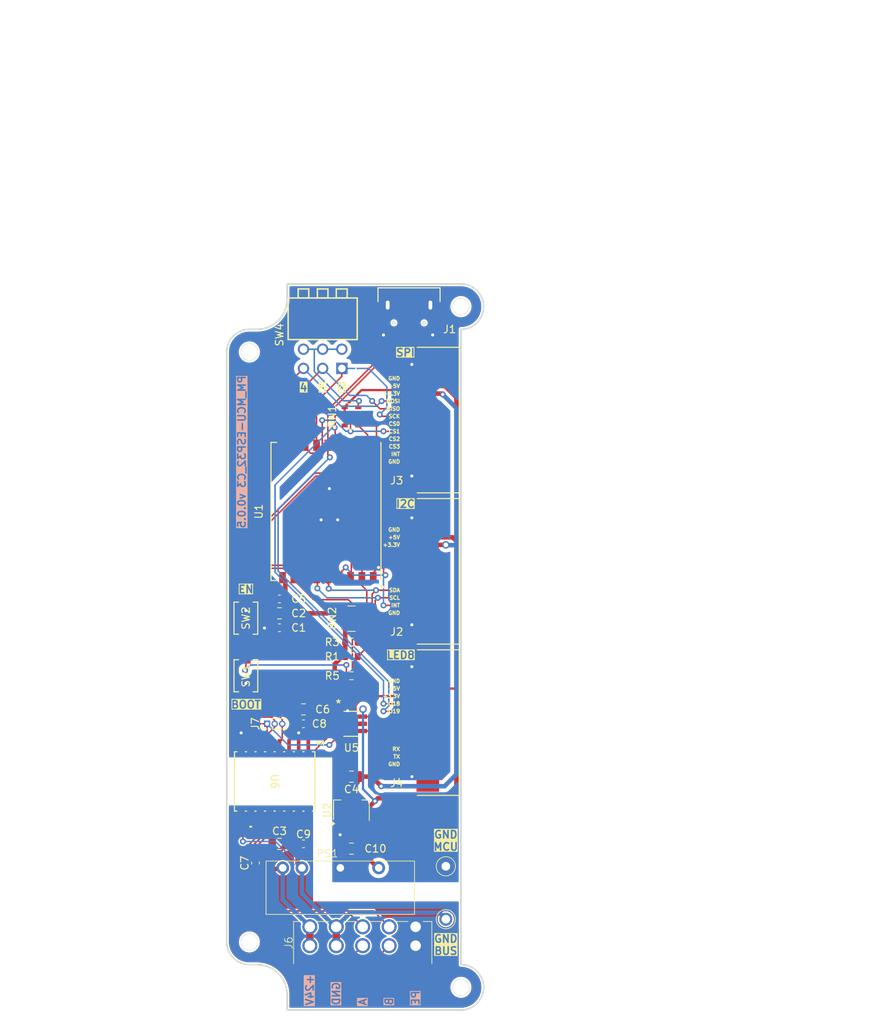
<source format=kicad_pcb>
(kicad_pcb (version 20241229) (generator "pcbnew") (generator_version "9.0")
  (title_block (title "${article} v${version}"))
  (layers (0 "F.Cu" signal) (2 "B.Cu" signal) (13 "F.Paste" user) (15 "B.Paste" user) (5 "F.SilkS" user "F.Silkscreen") (7 "B.SilkS" user "B.Silkscreen") (1 "F.Mask" user) (3 "B.Mask" user) (25 "Edge.Cuts" user))
  (property "article" "PM_MCU-ESP32_C3")
  (property "version" "0.0.5")
  (net 0 "")
  (net 1 "/EN")
  (net 3 "/SCL")
  (net 4 "/SDA")
  (net 5 "/USB_D+")
  (net 6 "/USB_D-")
  (net 7 "GND_MCU")
  (net 8 "+3.3V_MCU")
  (net 9 "/SCK")
  (net 10 "/CS0")
  (net 11 "/MOSI")
  (net 12 "/MISO")
  (net 13 "/CS1")
  (net 16 "/UART_RX")
  (net 17 "/UART_TX")
  (net 18 "/B")
  (net 19 "/A")
  (net 20 "/INT")
  (net 21 "/CS2")
  (net 22 "/CS3")
  (net 23 "GND_BUS")
  (net 25 "/UART_RTS")
  (net 30 "+3.3V_BUS")
  (net 31 "+24V_BUS")
  (net 32 "PE")
  (net 33 "Net-(RN1A-R1.2)")
  (net 34 "Net-(R5-Pad1)")
  (net 37 "+5V_MCU")
  (net 39 "Net-(J4-Pin_3)")
  (net 40 "Net-(J4-Pin_2)")
  (footprint "kicad_inventree_lib:CONN10_AFA07-S12_JUS" (layer "F.Cu") (at 74 70 90)
    (property "Reference" "J3")
    (property "Value" "AFA07-S12FCC-00")
  )
  (footprint "kicad_inventree_lib:CONN10_AFA07-S12_JUS" (layer "F.Cu") (at 74 90 90)
    (property "Reference" "J2")
    (property "Value" "AFA07-S12FCC-00")
  )
  (footprint "kicad_inventree_lib:SW_TS-1088_XNP-M" (layer "F.Cu") (at 48.54 96.19 -90)
    (property "Reference" "SW2")
    (property "Value" "Button")
  )
  (footprint "kicad_inventree_lib:ESP32-C3-WROOM-02U_EXP" (layer "F.Cu") (at 59.14 82.08 90)
    (property "Reference" "U1")
    (property "Value" "ESP32-C3-WROOM-02U-N4")
  )
  (footprint "Capacitor_SMD:C_0603_1608Metric" (layer "F.Cu") (at 56.16 110.16 180)
    (property "Reference" "C8")
    (property "Value" "100nF")
  )
  (footprint "Capacitor_SMD:C_0603_1608Metric" (layer "F.Cu") (at 52.985 97.46 180)
    (property "Reference" "C1")
    (property "Value" "1uF")
  )
  (footprint "kicad_inventree_lib:DA03BLP" (layer "F.Cu") (at 61.24 63.17 180)
    (property "Reference" "SW4")
    (property "Value" "DIP 3 pos" (hide yes))
  )
  (footprint "Package_TO_SOT_SMD:SOT-89-3" (layer "F.Cu") (at 62.51 121.59 90)
    (property "Reference" "U2")
    (property "Value" "CJA1117B-3.3")
  )
  (footprint "kicad_inventree_lib:CONN5_H83-S1S_XKB" (layer "F.Cu") (at 71.43 57.6518 180)
    (property "Reference" "J1")
    (property "Value" "U254-051T-4BH83-S1S")
    (fp_circle (center 3.299972 0.504008) (end 3.469972 0.504008) (stroke (width 0.1)) (fill no) (layer "Edge.Cuts"))
    (fp_circle (center -0.700028 0.504008) (end -0.530028 0.504008) (stroke (width 0.1)) (fill no) (layer "Edge.Cuts"))
  )
  (footprint "Capacitor_SMD:C_0603_1608Metric" (layer "F.Cu") (at 52.985 93.65 180)
    (property "Reference" "C5")
    (property "Value" "1uF")
  )
  (footprint "Resistor_SMD:R_Array_Convex_4x0603" (layer "F.Cu") (at 62.51 96.26)
    (property "Reference" "RN2")
    (property "Value" "10k")
  )
  (footprint "Capacitor_SMD:C_0805_2012Metric" (layer "F.Cu") (at 62.51 126.67 180)
    (property "Reference" "C10")
    (property "Value" "10uF")
  )
  (footprint "kicad_inventree_lib:SOIC16-WBW_CLG" (layer "F.Cu") (at 52.35 117.78 -90)
    (property "Reference" "U6")
    (property "Value" "CA-IS3098W")
  )
  (footprint "kicad_inventree_lib:CONN10_AFA07-S12_JUS" (layer "F.Cu") (at 74 110 90)
    (property "Reference" "J4")
    (property "Value" "AFA07-S12FCC-00")
  )
  (footprint "kicad_inventree_lib:MountingHole_M2" (layer "F.Cu") (at 49 139)
    (property "Reference" "H2" (hide yes))
    (property "Value" "MountingHole_M2")
    (fp_circle (center 0 0) (end 1.1 0) (stroke (width 0.05)) (fill no) (layer "Edge.Cuts"))
  )
  (footprint "kicad_inventree_lib:15EDGRHC-THR-3.5-10P" (layer "F.Cu") (at 64 137)
    (property "Reference" "J6")
    (property "Value" "15EDGRHC-THR-3.5-10P")
  )
  (footprint "Resistor_SMD:R_0603_1608Metric" (layer "F.Cu") (at 62.51 99.365)
    (property "Reference" "R3")
    (property "Value" "3k3")
  )
  (footprint "Capacitor_SMD:C_0805_2012Metric" (layer "F.Cu") (at 52.985 126.035)
    (property "Reference" "C3")
    (property "Value" "10uF")
  )
  (footprint "kicad_inventree_lib:DBV6-M" (layer "F.Cu") (at 62.51 110.16)
    (property "Reference" "U5")
    (property "Value" "SN74LVC2G14DBVR")
  )
  (footprint "Capacitor_SMD:C_0603_1608Metric" (layer "F.Cu") (at 56.16 126.035 180)
    (property "Reference" "C9")
    (property "Value" "100nF")
  )
  (footprint "Capacitor_SMD:C_0805_2012Metric" (layer "F.Cu") (at 56.16 108.255 180)
    (property "Reference" "C6")
    (property "Value" "10uF")
  )
  (footprint "kicad_inventree_lib:MountingHole_M2" (layer "F.Cu") (at 77 145)
    (property "Reference" "H4" (hide yes))
    (property "Value" "MountingHole_M2")
    (fp_circle (center 0 0) (end 1.1 0) (stroke (width 0.05)) (fill no) (layer "Edge.Cuts"))
  )
  (footprint "kicad_inventree_lib:5117" (layer "F.Cu") (at 75 136)
    (property "Reference" "U4" (hide yes))
    (property "Value" "5117" (hide yes))
  )
  (footprint "Resistor_SMD:R_0603_1608Metric" (layer "F.Cu") (at 62.51 101.27)
    (property "Reference" "R1")
    (property "Value" "3k3")
  )
  (footprint "Capacitor_SMD:C_0805_2012Metric" (layer "F.Cu") (at 62.51 117.145 180)
    (property "Reference" "C4")
    (property "Value" "22uF")
  )
  (footprint "Capacitor_SMD:C_0805_2012Metric" (layer "F.Cu") (at 52.985 95.555 180)
    (property "Reference" "C2")
    (property "Value" "10uF")
  )
  (footprint "kicad_inventree_lib:SW_TS-1088_XNP-M" (layer "F.Cu") (at 48.54 103.81 90)
    (property "Reference" "SW1")
    (property "Value" "Button")
  )
  (footprint "Connector_PinHeader_1.00mm:PinHeader_1x03_P1.00mm_Vertical" (layer "F.Cu") (at 51.35 110.16 90)
    (property "Reference" "J7")
    (property "Value" "PinHeader_01x03_P1.00_THT_straight")
  )
  (footprint "kicad_inventree_lib:B2405LS-1WR3" (layer "F.Cu") (at 61.0368 129.21)
    (property "Reference" "PS1")
    (property "Value" "24V/5V")
  )
  (footprint "Resistor_SMD:R_0603_1608Metric" (layer "F.Cu") (at 62.51 103.81)
    (property "Reference" "R5")
    (property "Value" "330R")
  )
  (footprint "kicad_inventree_lib:MountingHole_M2" (layer "F.Cu") (at 77 55)
    (property "Reference" "H3" (hide yes))
    (property "Value" "MountingHole_M2")
    (fp_circle (center 0 0) (end 1.1 0) (stroke (width 0.05)) (fill no) (layer "Edge.Cuts"))
  )
  (footprint "Resistor_SMD:R_Array_Convex_4x0603" (layer "F.Cu") (at 62.51 69.52)
    (property "Reference" "RN1")
    (property "Value" "10k")
  )
  (footprint "kicad_inventree_lib:MountingHole_M2" (layer "F.Cu") (at 49 61)
    (property "Reference" "H1" (hide yes))
    (property "Value" "MountingHole_M2")
    (fp_circle (center 0 0) (end 1.1 0) (stroke (width 0.05)) (fill no) (layer "Edge.Cuts"))
  )
  (footprint "Capacitor_SMD:C_0603_1608Metric" (layer "F.Cu") (at 49.81 128.575 90)
    (property "Reference" "C7")
    (property "Value" "1uF")
  )
  (footprint "kicad_inventree_lib:5117" (layer "F.Cu") (at 75 129)
    (property "Reference" "U3" (hide yes))
    (property "Value" "5117" (hide yes))
  )
  (gr_arc (start 49 142) (mid 46.87868 141.12132) (end 46 139) (stroke (width 0.2)) (layer "Edge.Cuts"))
  (gr_arc (start 54 54) (mid 52.828427 56.828427) (end 50 58) (stroke (width 0.2)) (layer "Edge.Cuts"))
  (gr_line (start 54 148) (end 54 146) (stroke (width 0.2)) (layer "Edge.Cuts"))
  (gr_line (start 50 58) (end 49 58) (stroke (width 0.2)) (layer "Edge.Cuts"))
  (gr_line (start 50 142) (end 49 142) (stroke (width 0.2)) (layer "Edge.Cuts"))
  (gr_arc (start 46 61) (mid 46.87868 58.87868) (end 49 58) (stroke (width 0.2)) (layer "Edge.Cuts"))
  (gr_arc (start 50 142) (mid 52.828427 143.171573) (end 54 146) (stroke (width 0.2)) (layer "Edge.Cuts"))
  (gr_line (start 54 52) (end 54 54) (stroke (width 0.2)) (layer "Edge.Cuts"))
  (gr_line (start 77 142) (end 77 58) (stroke (width 0.2)) (layer "Edge.Cuts"))
  (gr_arc (start 77 142) (mid 80 145) (end 77 148) (stroke (width 0.2)) (layer "Edge.Cuts"))
  (gr_line (start 46 61) (end 46 139) (stroke (width 0.2)) (layer "Edge.Cuts"))
  (gr_line (start 77 52) (end 54 52) (stroke (width 0.2)) (layer "Edge.Cuts"))
  (gr_line (start 77 148) (end 54 148) (stroke (width 0.2)) (layer "Edge.Cuts"))
  (gr_arc (start 77 52) (mid 80 55) (end 77 58) (stroke (width 0.2)) (layer "Edge.Cuts"))
  (gr_text "CS3" (at 69 73.5 0) (layer "F.SilkS") (effects (font (size 0.5 0.5) (thickness 0.125) (bold yes)) (justify right)))
  (gr_text "SCK" (at 69 69.5 0) (layer "F.SilkS") (effects (font (size 0.5 0.5) (thickness 0.125) (bold yes)) (justify right)))
  (gr_text "INT" (at 69 94.5 0) (layer "F.SilkS") (effects (font (size 0.5 0.5) (thickness 0.125) (bold yes)) (justify right)))
  (gr_text "GND" (at 69 104.5 0) (layer "F.SilkS") (effects (font (size 0.5 0.5) (thickness 0.125) (bold yes)) (justify right)))
  (gr_text "IO19" (at 69 108.5 0) (layer "F.SilkS") (effects (font (size 0.5 0.5) (thickness 0.125) (bold yes)) (justify right)))
  (gr_text "+3.3V" (at 69 106.5 0) (layer "F.SilkS") (effects (font (size 0.5 0.5) (thickness 0.125) (bold yes)) (justify right)))
  (gr_text "LED8" (at 71 100.5 0) (layer "F.SilkS" knockout) (effects (font (size 1 1) (thickness 0.2) (bold yes)) (justify right top)))
  (gr_text "EN" (at 48.54 92.38 0) (layer "F.SilkS" knockout) (effects (font (size 1 1) (thickness 0.2) (bold yes))))
  (gr_text "TX" (at 69 114.5 0) (layer "F.SilkS") (effects (font (size 0.5 0.5) (thickness 0.125) (bold yes)) (justify right)))
  (gr_text "I2C" (at 71 80.5 0) (layer "F.SilkS" knockout) (effects (font (size 1 1) (thickness 0.2) (bold yes)) (justify right top)))
  (gr_text "BOOT" (at 48.54 107.62 0) (layer "F.SilkS" knockout) (effects (font (size 1 1) (thickness 0.2) (bold yes))))
  (gr_text "GND" (at 69 64.5 0) (layer "F.SilkS") (effects (font (size 0.5 0.5) (thickness 0.125) (bold yes)) (justify right)))
  (gr_text "+3.3V" (at 69 86.5 0) (layer "F.SilkS") (effects (font (size 0.5 0.5) (thickness 0.125) (bold yes)) (justify right)))
  (gr_text "CS2" (at 69 72.5 0) (layer "F.SilkS") (effects (font (size 0.5 0.5) (thickness 0.125) (bold yes)) (justify right)))
  (gr_text "GND" (at 69 84.5 0) (layer "F.SilkS") (effects (font (size 0.5 0.5) (thickness 0.125) (bold yes)) (justify right)))
  (gr_text "GND\nMCU" (at 75 127 0) (layer "F.SilkS" knockout) (effects (font (size 1 1) (thickness 0.2)) (justify bottom)))
  (gr_text "4" (at 56.16 65.71 0) (layer "F.SilkS" knockout) (effects (font (size 1 1) (thickness 0.2) (bold yes))))
  (gr_text "GND" (at 69 95.5 0) (layer "F.SilkS") (effects (font (size 0.5 0.5) (thickness 0.125) (bold yes)) (justify right)))
  (gr_text "SDA" (at 69 92.5 0) (layer "F.SilkS") (effects (font (size 0.5 0.5) (thickness 0.125) (bold yes)) (justify right)))
  (gr_text "+5V" (at 69 85.5 0) (layer "F.SilkS") (effects (font (size 0.5 0.5) (thickness 0.125) (bold yes)) (justify right)))
  (gr_text "+3.3V" (at 69 66.5 0) (layer "F.SilkS") (effects (font (size 0.5 0.5) (thickness 0.125) (bold yes)) (justify right)))
  (gr_text "2" (at 58.7 65.71 0) (layer "F.SilkS" knockout) (effects (font (size 1 1) (thickness 0.2) (bold yes))))
  (gr_text "SPI" (at 71 60.5 0) (layer "F.SilkS" knockout) (effects (font (size 1 1) (thickness 0.2) (bold yes)) (justify right top)))
  (gr_text "MISO" (at 69 68.5 0) (layer "F.SilkS") (effects (font (size 0.5 0.5) (thickness 0.125) (bold yes)) (justify right)))
  (gr_text "GND\nBUS" (at 75 138 0) (layer "F.SilkS" knockout) (effects (font (size 1 1) (thickness 0.2)) (justify top)))
  (gr_text "MOSI" (at 69 67.5 0) (layer "F.SilkS") (effects (font (size 0.5 0.5) (thickness 0.125) (bold yes)) (justify right)))
  (gr_text "IO18" (at 69 107.5 0) (layer "F.SilkS") (effects (font (size 0.5 0.5) (thickness 0.125) (bold yes)) (justify right)))
  (gr_text "SCL" (at 69 93.5 0) (layer "F.SilkS") (effects (font (size 0.5 0.5) (thickness 0.125) (bold yes)) (justify right)))
  (gr_text "INT" (at 69 74.5 0) (layer "F.SilkS") (effects (font (size 0.5 0.5) (thickness 0.125) (bold yes)) (justify right)))
  (gr_text "+5V" (at 69 105.5 0) (layer "F.SilkS") (effects (font (size 0.5 0.5) (thickness 0.125) (bold yes)) (justify right)))
  (gr_text "CS0" (at 69 70.5 0) (layer "F.SilkS") (effects (font (size 0.5 0.5) (thickness 0.125) (bold yes)) (justify right)))
  (gr_text "GND" (at 69 115.5 0) (layer "F.SilkS") (effects (font (size 0.5 0.5) (thickness 0.125) (bold yes)) (justify right)))
  (gr_text "CS1" (at 69 71.5 0) (layer "F.SilkS") (effects (font (size 0.5 0.5) (thickness 0.125) (bold yes)) (justify right)))
  (gr_text "+5V" (at 69 65.5 0) (layer "F.SilkS") (effects (font (size 0.5 0.5) (thickness 0.125) (bold yes)) (justify right)))
  (gr_text "GND" (at 69 75.5 0) (layer "F.SilkS") (effects (font (size 0.5 0.5) (thickness 0.125) (bold yes)) (justify right)))
  (gr_text "RX" (at 69 113.5 0) (layer "F.SilkS") (effects (font (size 0.5 0.5) (thickness 0.125) (bold yes)) (justify right)))
  (gr_text "1" (at 61.24 65.71 0) (layer "F.SilkS" knockout) (effects (font (size 1 1) (thickness 0.2) (bold yes))))
  (gr_text "B" (at 67.5 147.5 90) (layer "B.SilkS" knockout) (effects (font (size 1 1) (thickness 0.2) (bold yes)) (justify right mirror)))
  (gr_text "PE" (at 71 147.5 90) (layer "B.SilkS" knockout) (effects (font (size 1 1) (thickness 0.2) (bold yes)) (justify right mirror)))
  (gr_text "${article} v${version}" (at 48 64 90) (layer "B.SilkS" knockout) (effects (font (size 1 1) (thickness 0.2) (bold yes)) (justify left mirror)))
  (gr_text "GND" (at 60.5 147.5 90) (layer "B.SilkS" knockout) (effects (font (size 1 1) (thickness 0.2) (bold yes)) (justify right mirror)))
  (gr_text "+24V" (at 57 147.5 90) (layer "B.SilkS" knockout) (effects (font (size 1 1) (thickness 0.2) (bold yes)) (justify right mirror)))
  (gr_text "A" (at 64 147.5 90) (layer "B.SilkS" knockout) (effects (font (size 1 1) (thickness 0.2) (bold yes)) (justify right mirror)))
  (segment (start 53.76 98.0119) (end 53.2959 98.476) (width 0.2) (layer "F.Cu") (net 1))
  (segment (start 56.25 92.5) (end 56.25 92.494799) (width 0.2) (layer "F.Cu") (net 1))
  (segment (start 53.953802 89.6) (end 54.890001 90.536199) (width 0.2) (layer "F.Cu") (net 1))
  (segment (start 48.54 98.476) (end 51 96.016) (width 0.2) (layer "F.Cu") (net 1))
  (segment (start 63.41 95.06) (end 62.1 93.75) (width 0.2) (layer "F.Cu") (net 1))
  (segment (start 51.55 89.6) (end 53.953802 89.6) (width 0.2) (layer "F.Cu") (net 1))
  (segment (start 54.890001 90.536199) (end 54.890001 90.83) (width 0.2) (layer "F.Cu") (net 1))
  (segment (start 54.890001 91.1348) (end 54.890001 90.83) (width 0.2) (layer "F.Cu") (net 1))
  (segment (start 53.76 97.46) (end 53.76 98.0119) (width 0.2) (layer "F.Cu") (net 1))
  (segment (start 62.1 93.75) (end 57.5 93.75) (width 0.2) (layer "F.Cu") (net 1))
  (segment (start 51 96.016) (end 51 90.15) (width 0.2) (layer "F.Cu") (net 1))
  (segment (start 56.25 92.494799) (end 54.890001 91.1348) (width 0.2) (layer "F.Cu") (net 1))
  (segment (start 57.5 93.75) (end 56.25 92.5) (width 0.2) (layer "F.Cu") (net 1))
  (segment (start 51 90.15) (end 51.55 89.6) (width 0.2) (layer "F.Cu") (net 1))
  (segment (start 53.2959 98.476) (end 48.54 98.476) (width 0.2) (layer "F.Cu") (net 1))
  (segment (start 71.2632 93.5) (end 70.444 93.5) (width 0.2) (layer "F.Cu") (net 3))
  (segment (start 68.240604 93.499996) (end 70.444 93.499996) (width 0.2) (layer "F.Cu") (net 3))
  (segment (start 66 93.5) (end 68.2406 93.5) (width 0.2) (layer "F.Cu") (net 3))
  (segment (start 66 93.5) (end 65.65 93.85) (width 0.2) (layer "F.Cu") (net 3))
  (segment (start 65.65 93.85) (end 65.65 98.955) (width 0.2) (layer "F.Cu") (net 3))
  (segment (start 65.65 98.955) (end 63.335 101.27) (width 0.2) (layer "F.Cu") (net 3))
  (segment (start 68.2406 93.5) (end 68.240604 93.499996) (width 0.2) (layer "F.Cu") (net 3))
  (segment (start 58 92.25) (end 58 90.94) (width 0.2) (layer "F.Cu") (net 3))
  (segment (start 58 90.94) (end 57.89 90.83) (width 0.2) (layer "F.Cu") (net 3))
  (via (at 58 92.25) (size 0.8) (drill 0.4) (layers "F.Cu" "B.Cu") (net 3))
  (via (at 66 93.5) (size 0.8) (drill 0.4) (layers "F.Cu" "B.Cu") (net 3))
  (segment (start 66 93.5) (end 59.25 93.5) (width 0.2) (layer "B.Cu") (net 3))
  (segment (start 59.25 93.5) (end 58 92.25) (width 0.2) (layer "B.Cu") (net 3))
  (segment (start 65.25 97.45) (end 63.335 99.365) (width 0.2) (layer "F.Cu") (net 4))
  (segment (start 59.39 91.59) (end 59.39 90.83) (width 0.2) (layer "F.Cu") (net 4))
  (segment (start 59.5 91.7) (end 59.39 91.59) (width 0.2) (layer "F.Cu") (net 4))
  (segment (start 65.25 93) (end 65.25 97.45) (width 0.2) (layer "F.Cu") (net 4))
  (segment (start 65.75 92.5) (end 65.750002 92.499998) (width 0.2) (layer "F.Cu") (net 4))
  (segment (start 65.750002 92.499998) (end 70.444 92.499998) (width 0.2) (layer "F.Cu") (net 4))
  (segment (start 65.75 92.5) (end 65.25 93) (width 0.2) (layer "F.Cu") (net 4))
  (segment (start 59.5 92.291) (end 59.5 91.7) (width 0.2) (layer "F.Cu") (net 4))
  (via (at 59.5 92.291) (size 0.8) (drill 0.4) (layers "F.Cu" "B.Cu") (net 4))
  (via (at 65.75 92.5) (size 0.8) (drill 0.4) (layers "F.Cu" "B.Cu") (net 4))
  (segment (start 59.708998 92.499998) (end 59.5 92.291) (width 0.2) (layer "B.Cu") (net 4))
  (segment (start 65.75 92.5) (end 65.749998 92.499998) (width 0.2) (layer "B.Cu") (net 4))
  (segment (start 65.749998 92.499998) (end 59.708998 92.499998) (width 0.2) (layer "B.Cu") (net 4))
  (segment (start 68.96315 59.468) (end 68.567314 59.468) (width 0.2) (layer "F.Cu") (net 5))
  (segment (start 70.130028 57.472908) (end 70.130028 58.301122) (width 0.2) (layer "F.Cu") (net 5))
  (segment (start 68.567314 59.468) (end 59.39 68.645314) (width 0.2) (layer "F.Cu") (net 5))
  (segment (start 59.39 68.645314) (end 59.39 73.33) (width 0.2) (layer "F.Cu") (net 5))
  (segment (start 66.75 108.500005) (end 70.443995 108.500005) (width 0.2) (layer "F.Cu") (net 5))
  (segment (start 70.130028 58.301122) (end 68.96315 59.468) (width 0.2) (layer "F.Cu") (net 5))
  (segment (start 59.39 74.6646) (end 59.6517 74.9263) (width 0.2) (layer "F.Cu") (net 5))
  (segment (start 59.39 73.33) (end 59.39 74.6646) (width 0.2) (layer "F.Cu") (net 5))
  (segment (start 70.443995 108.500005) (end 70.444 108.5) (width 0.2) (layer "F.Cu") (net 5))
  (via (at 66.75 108.500005) (size 0.8) (drill 0.4) (layers "F.Cu" "B.Cu") (net 5))
  (via (at 59.6517 74.9263) (size 0.8) (drill 0.4) (layers "F.Cu" "B.Cu") (net 5))
  (segment (start 52.8031 89.953811) (end 52.8031 81.7749) (width 0.2) (layer "B.Cu") (net 5))
  (segment (start 67.45 104.600711) (end 52.8031 89.953811) (width 0.2) (layer "B.Cu") (net 5))
  (segment (start 52.8031 81.7749) (end 59.6517 74.9263) (width 0.2) (layer "B.Cu") (net 5))
  (segment (start 67.45 107.789952) (end 67.45 104.600711) (width 0.2) (layer "B.Cu") (net 5))
  (segment (start 66.75 108.500005) (end 66.75 108.489952) (width 0.2) (layer "B.Cu") (net 5))
  (segment (start 66.75 108.489952) (end 67.45 107.789952) (width 0.2) (layer "B.Cu") (net 5))
  (segment (start 60.351 71.806) (end 60.89 72.345) (width 0.2) (layer "F.Cu") (net 6))
  (segment (start 70.780014 58.216822) (end 69.128836 59.868) (width 0.2) (layer "F.Cu") (net 6))
  (segment (start 69.128836 59.868) (end 68.733 59.868) (width 0.2) (layer "F.Cu") (net 6))
  (segment (start 68.733 59.868) (end 60.351 68.25) (width 0.2) (layer "F.Cu") (net 6))
  (segment (start 66.75 107.500002) (end 70.444 107.500002) (width 0.2) (layer "F.Cu") (net 6))
  (segment (start 70.780014 57.472908) (end 70.780014 58.216822) (width 0.2) (layer "F.Cu") (net 6))
  (segment (start 60.351 68.25) (end 60.351 71.806) (width 0.2) (layer "F.Cu") (net 6))
  (segment (start 60.272725 71.059125) (end 60.351 71.1374) (width 0.2) (layer "F.Cu") (net 6))
  (segment (start 60.272725 70.995275) (end 60.272725 71.059125) (width 0.2) (layer "F.Cu") (net 6))
  (segment (start 60.89 72.345) (end 60.89 73.33) (width 0.2) (layer "F.Cu") (net 6))
  (via (at 60.272725 70.995275) (size 0.8) (drill 0.4) (layers "F.Cu" "B.Cu") (net 6))
  (via (at 66.75 107.500002) (size 0.8) (drill 0.4) (layers "F.Cu" "B.Cu") (net 6))
  (segment (start 59.987925 70.995275) (end 60.272725 70.995275) (width 0.2) (layer "B.Cu") (net 6))
  (segment (start 66.75 104.466397) (end 52.507098 90.223495) (width 0.2) (layer "B.Cu") (net 6))
  (segment (start 52.4031 78.5801) (end 59.987925 70.995275) (width 0.2) (layer "B.Cu") (net 6))
  (segment (start 66.75 107.500002) (end 66.75 104.466397) (width 0.2) (layer "B.Cu") (net 6))
  (segment (start 52.507098 90.223495) (end 52.4031 90.1195) (width 0.2) (layer "B.Cu") (net 6))
  (segment (start 52.4031 90.1195) (end 52.4031 78.5801) (width 0.2) (layer "B.Cu") (net 6))
  (segment (start 59.59 81.12) (end 59.59 80.02) (width 0.2) (layer "F.Cu") (net 7))
  (segment (start 61.01 124.83) (end 61.01 123.54) (width 0.6) (layer "F.Cu") (net 7))
  (segment (start 70.5003 95.556292) (end 70.444 95.499992) (width 0.6) (layer "F.Cu") (net 7))
  (segment (start 71.836698 97.0727) (end 72.614001 97.850003) (width 0.6) (layer "F.Cu") (net 7))
  (segment (start 70.444 75.499992) (end 70.444 77.3422) (width 0.6) (layer "F.Cu") (net 7))
  (segment (start 52.21 97.46) (end 51.04 97.46) (width 0.2) (layer "F.Cu") (net 7))
  (segment (start 55.385 109.525) (end 55.385 107.62) (width 0.2) (layer "F.Cu") (net 7))
  (segment (start 70.5119 117.152) (end 70.5119 115.567892) (width 0.6) (layer "F.Cu") (net 7))
  (segment (start 61.01 117.695) (end 61.01 123.54) (width 0.6) (layer "F.Cu") (net 7))
  (segment (start 61.56 128.6868) (end 61.0368 129.21) (width 0.2) (layer "F.Cu") (net 7))
  (segment (start 61.0368 127.1932) (end 61.56 126.67) (width 0.6) (layer "F.Cu") (net 7))
  (segment (start 72.159098 77.3951) (end 72.614001 77.850003) (width 0.6) (layer "F.Cu") (net 7))
  (segment (start 60.69 83.1897) (end 60.69 82.22) (width 0.2) (layer "F.Cu") (net 7))
  (segment (start 67.305 55.9495) (end 67.03 56.2245) (width 0.2) (layer "F.Cu") (net 7))
  (segment (start 58.49 83.1898) (end 58.49 82.22) (width 0.2) (layer "F.Cu") (net 7))
  (segment (start 48.54 95.1876) (end 48.54 93.904) (width 0.2) (layer "F.Cu") (net 7))
  (segment (start 47.905 112.903) (end 47.905 112.9032) (width 0.2) (layer "F.Cu") (net 7))
  (segment (start 51.04 97.46) (end 51 97.5) (width 0.2) (layer "F.Cu") (net 7))
  (segment (start 67.463364 57.733158) (end 66.815481 57.085275) (width 0.2) (layer "F.Cu") (net 7))
  (segment (start 73.25 58.75) (end 73.25 57.279846) (width 0.6) (layer "F.Cu") (net 7))
  (segment (start 52.21 95.555) (end 52.21 93.65) (width 0.2) (layer "F.Cu") (net 7))
  (segment (start 61.0432 110.16) (end 61.9355 110.16) (width 0.2) (layer "F.Cu") (net 7))
  (segment (start 58.49 82.22) (end 58.49 81.12) (width 0.2) (layer "F.Cu") (net 7))
  (segment (start 61.735 117.285) (end 61.735 117.145) (width 0.2) (layer "F.Cu") (net 7))
  (segment (start 70.4969 62.6418) (end 70.4969 64.447108) (width 0.6) (layer "F.Cu") (net 7))
  (segment (start 60.69 81.12) (end 60.69 80.02) (width 0.2) (layer "F.Cu") (net 7))
  (segment (start 70.5119 115.567892) (end 70.444 115.499992) (width 0.6) (layer "F.Cu") (net 7))
  (segment (start 47.905 111.357) (end 47.905 112.903) (width 0.2) (layer "F.Cu") (net 7))
  (segment (start 70.444 102.6579) (end 70.4969 102.605) (width 0.2) (layer "F.Cu") (net 7))
  (segment (start 70.444 77.3422) (end 70.4969 77.3951) (width 0.6) (layer "F.Cu") (net 7))
  (segment (start 72.122198 62.6418) (end 72.614001 62.149997) (width 0.6) (layer "F.Cu") (net 7))
  (segment (start 70.4969 102.605) (end 72.158998 102.605) (width 0.6) (layer "F.Cu") (net 7))
  (segment (start 70.4969 77.3951) (end 72.159098 77.3951) (width 0.6) (layer "F.Cu") (net 7))
  (segment (start 55.525 112.903) (end 55.525 112.9032) (width 0.2) (layer "F.Cu") (net 7))
  (segment (start 70.5003 82.9257) (end 71.838298 82.9257) (width 0.6) (layer "F.Cu") (net 7))
  (segment (start 70.444 62.6947) (end 70.4969 62.6418) (width 0.2) (layer "F.Cu") (net 7))
  (segment (start 70.4969 104.447108) (end 70.444 104.500008) (width 0.6) (layer "F.Cu") (net 7))
  (segment (start 61.56 117.145) (end 61.01 117.695) (width 0.6) (layer "F.Cu") (net 7))
  (segment (start 61.9355 110.16) (end 61.996 110.1) (width 0.2) (layer "F.Cu") (net 7))
  (segment (start 48.54 104.812) (end 48.54 106.096) (width 0.2) (layer "F.Cu") (net 7))
  (segment (start 70.5003 82.9257) (end 70.5003 84.443708) (width 0.6) (layer "F.Cu") (net 7))
  (segment (start 66.75 58.7579) (end 67.030031 58.477869) (width 0.6) (layer "F.Cu") (net 7))
  (segment (start 61.0368 129.21) (end 61.0368 127.1932) (width 0.6) (layer "F.Cu") (net 7))
  (segment (start 71.838298 82.9257) (end 72.614001 82.149997) (width 0.6) (layer "F.Cu") (net 7))
  (segment (start 59.59 80.02) (end 59.59 79.0624) (width 0.2) (layer "F.Cu") (net 7))
  (segment (start 67.03 56.2245) (end 67.03 57.3478) (width 0.2) (layer "F.Cu") (net 7))
  (segment (start 68.569806 57.733158) (end 67.463364 57.733158) (width 0.2) (layer "F.Cu") (net 7))
  (segment (start 70.5003 97.0727) (end 71.836698 97.0727) (width 0.6) (layer "F.Cu") (net 7))
  (segment (start 55.525 111.355) (end 55.525 112.903) (width 0.2) (layer "F.Cu") (net 7))
  (segment (start 70.5003 84.443708) (end 70.444 84.500008) (width 0.6) (layer "F.Cu") (net 7))
  (segment (start 61.56 126.67) (end 61.56 125.38) (width 0.6) (layer "F.Cu") (net 7))
  (segment (start 70.5119 117.152) (end 71.915998 117.152) (width 0.6) (layer "F.Cu") (net 7))
  (segment (start 59.59 82.22) (end 59.59 81.12) (width 0.2) (layer "F.Cu") (net 7))
  (segment (start 68.830056 57.472908) (end 68.569806 57.733158) (width 0.2) (layer "F.Cu") (net 7))
  (segment (start 73.23 56.2245) (end 73.23 57.3478) (width 0.2) (layer "F.Cu") (net 7))
  (segment (start 72.955 54.7978) (end 72.955 55.9495) (width 0.2) (layer "F.Cu") (net 7))
  (segment (start 72.158998 102.605) (end 72.614001 102.149997) (width 0.6) (layer "F.Cu") (net 7))
  (segment (start 72.955 55.9495) (end 73.23 56.2245) (width 0.2) (layer "F.Cu") (net 7))
  (segment (start 73.25 57.279846) (end 73.444579 57.085267) (width 0.6) (layer "F.Cu") (net 7))
  (segment (start 65.39 90.83) (end 65.39 90.1818) (width 0.2) (layer "F.Cu") (net 7))
  (segment (start 52.21 97.46) (end 52.21 95.555) (width 0.2) (layer "F.Cu") (net 7))
  (segment (start 67.030031 58.477869) (end 67.030031 57.885379) (width 0.6) (layer "F.Cu") (net 7))
  (segment (start 55.385 111.215) (end 55.385 109.525) (width 0.2) (layer "F.Cu") (net 7))
  (segment (start 58.49 81.12) (end 58.49 80.02) (width 0.2) (layer "F.Cu") (net 7))
  (segment (start 60.69 82.22) (end 60.69 81.12) (width 0.2) (layer "F.Cu") (net 7))
  (segment (start 70.444 82.982) (end 70.5003 82.9257) (width 0.2) (layer "F.Cu") (net 7))
  (segment (start 70.4969 102.605) (end 70.4969 104.447108) (width 0.6) (layer "F.Cu") (net 7))
  (segment (start 71.915998 117.152) (end 72.614001 117.850003) (width 0.6) (layer "F.Cu") (net 7))
  (segment (start 70.4969 62.6418) (end 72.122198 62.6418) (width 0.6) (layer "F.Cu") (net 7))
  (segment (start 72.068903 77.3951) (end 72.614001 76.850002) (width 0.2) (layer "F.Cu") (net 7))
  (segment (start 61.56 125.38) (end 61.01 124.83) (width 0.6) (layer "F.Cu") (net 7))
  (segment (start 70.5003 97.0727) (end 70.591 97.0727) (width 0.2) (layer "F.Cu") (net 7))
  (segment (start 61.996 110.1) (end 61.996 108.434) (width 0.2) (layer "F.Cu") (net 7))
  (segment (start 65.39 90.1818) (end 66.0883 89.4835) (width 0.2) (layer "F.Cu") (net 7))
  (segment (start 55.525 111.355) (end 55.385 111.215) (width 0.2) (layer "F.Cu") (net 7))
  (segment (start 70.5003 97.0727) (end 70.5003 95.556292) (width 0.6) (layer "F.Cu") (net 7))
  (segment (start 67.305 54.7978) (end 67.305 55.9495) (width 0.2) (layer "F.Cu") (net 7))
  (segment (start 70.4969 64.447108) (end 70.444 64.500008) (width 0.6) (layer "F.Cu") (net 7))
  (via (at 70.4969 62.6418) (size 0.8) (drill 0.4) (layers "F.Cu" "B.Cu") (net 7))
  (via (at 51 97.5) (size 0.8) (drill 0.4) (layers "F.Cu" "B.Cu") (net 7))
  (via (at 59.59 79.0624) (size 0.8) (drill 0.4) (layers "F.Cu" "B.Cu") (net 7))
  (via (at 70.4969 102.605) (size 0.8) (drill 0.4) (layers "F.Cu" "B.Cu") (net 7))
  (via (at 47.905 111.357) (size 0.8) (drill 0.4) (layers "F.Cu" "B.Cu") (net 7))
  (via (at 48.54 104.812) (size 0.8) (drill 0.4) (layers "F.Cu" "B.Cu") (net 7))
  (via (at 70.4969 77.3951) (size 0.8) (drill 0.4) (layers "F.Cu" "B.Cu") (net 7))
  (via (at 70.5003 82.9257) (size 0.8) (drill 0.4) (layers "F.Cu" "B.Cu") (net 7))
  (via (at 60.69 83.1897) (size 0.8) (drill 0.4) (layers "F.Cu" "B.Cu") (net 7))
  (via (at 61.01 124.83) (size 0.8) (drill 0.4) (layers "F.Cu" "B.Cu") (net 7))
  (via (at 48.54 95.1876) (size 0.8) (drill 0.4) (layers "F.Cu" "B.Cu") (net 7))
  (via (at 66.0883 89.4835) (size 0.8) (drill 0.4) (layers "F.Cu" "B.Cu") (net 7))
  (via (at 55.525 111.355) (size 0.8) (drill 0.4) (layers "F.Cu" "B.Cu") (net 7))
  (via (at 66.75 58.7579) (size 0.8) (drill 0.4) (layers "F.Cu" "B.Cu") (net 7))
  (via (at 58.49 83.1898) (size 0.8) (drill 0.4) (layers "F.Cu" "B.Cu") (net 7))
  (via (at 70.5003 97.0727) (size 0.8) (drill 0.4) (layers "F.Cu" "B.Cu") (net 7))
  (via (at 73.25 58.75) (size 0.8) (drill 0.4) (layers "F.Cu" "B.Cu") (net 7))
  (via (at 61.996 108.434) (size 0.8) (drill 0.4) (layers "F.Cu" "B.Cu") (net 7))
  (via (at 70.5119 117.152) (size 0.8) (drill 0.4) (layers "F.Cu" "B.Cu") (net 7))
  (segment (start 53.935 93.825) (end 53.76 93.65) (width 0.6) (layer "F.Cu") (net 8))
  (segment (start 61.685 101.27) (end 61.685 99.365) (width 0.6) (layer "F.Cu") (net 8))
  (segment (start 63.8352 66.0358) (end 61.61 68.261) (width 0.3) (layer "F.Cu") (net 8))
  (segment (start 56.795 111.624) (end 56.935 111.484) (width 0.3) (layer "F.Cu") (net 8))
  (segment (start 60.293 102.262) (end 61.285 101.27) (width 0.6) (layer "F.Cu") (net 8))
  (segment (start 53.935 95.555) (end 53.935 93.825) (width 0.6) (layer "F.Cu") (net 8))
  (segment (start 62.8863 109.989399) (end 62.8863 108.816493) (width 0.6) (layer "F.Cu") (net 8))
  (segment (start 60.293 105.648) (end 60.293 102.262) (width 0.6) (layer "F.Cu") (net 8))
  (segment (start 56.935 109.525) (end 56.935 107.62) (width 0.3) (layer "F.Cu") (net 8))
  (segment (start 70.444 66.500004) (end 74.476004 66.500004) (width 0.6) (layer "F.Cu") (net 8))
  (segment (start 63.056901 110.16) (end 62.8863 110.330601) (width 0.6) (layer "F.Cu") (net 8))
  (segment (start 74.999993 86.5) (end 75 86.500007) (width 0.6) (layer "F.Cu") (net 8))
  (segment (start 74.476004 66.500004) (end 74.575 66.599) (width 0.6) (layer "F.Cu") (net 8))
  (segment (start 63.46 117.145) (end 65.177 117.145) (width 0.6) (layer "F.Cu") (net 8))
  (segment (start 61.61 68.261) (end 61.61 68.32) (width 0.3) (layer "F.Cu") (net 8))
  (segment (start 70.444 66.5) (end 68.5203 66.5) (width 0.3) (layer "F.Cu") (net 8))
  (segment (start 62.8863 108.816493) (end 62.896 108.806793) (width 0.6) (layer "F.Cu") (net 8))
  (segment (start 62.8863 116.7463) (end 63.285 117.145) (width 0.6) (layer "F.Cu") (net 8))
  (segment (start 68.5203 66.5) (end 68.0561 66.0358) (width 0.3) (layer "F.Cu") (net 8))
  (segment (start 62.896 107.845238) (end 61.740762 106.69) (width 0.6) (layer "F.Cu") (net 8))
  (segment (start 63.285 117.145) (end 63.0347 116.895) (width 0.3) (layer "F.Cu") (net 8))
  (segment (start 60.293 105.793492) (end 60.293 105.648) (width 0.6) (layer "F.Cu") (net 8))
  (segment (start 57.11 108.255) (end 58.675 106.69) (width 0.6) (layer "F.Cu") (net 8))
  (segment (start 61.61 99.29) (end 61.685 99.365) (width 0.3) (layer "F.Cu") (net 8))
  (segment (start 61.115 95.555) (end 61.61 95.06) (width 0.6) (layer "F.Cu") (net 8))
  (segment (start 53.76 91.199998) (end 53.390002 90.83) (width 0.6) (layer "F.Cu") (net 8))
  (segment (start 58.675 106.69) (end 61.189508 106.69) (width 0.6) (layer "F.Cu") (net 8))
  (segment (start 65.177 117.145) (end 66.447 118.415) (width 0.6) (layer "F.Cu") (net 8))
  (segment (start 63.97685 110.16) (end 63.056901 110.16) (width 0.6) (layer "F.Cu") (net 8))
  (segment (start 61.61 68.32) (end 61.61 70.72) (width 0.3) (layer "F.Cu") (net 8))
  (segment (start 62.8863 110.330601) (end 62.8863 110.4) (width 0.6) (layer "F.Cu") (net 8))
  (segment (start 62.51 123.4525) (end 62.51 118.725793) (width 0.6) (layer "F.Cu") (net 8))
  (segment (start 68.0561 66.0358) (end 63.8352 66.0358) (width 0.3) (layer "F.Cu") (net 8))
  (segment (start 56.795 112.903) (end 56.795 111.624) (width 0.3) (layer "F.Cu") (net 8))
  (segment (start 61.685 99.365) (end 61.685 95.135) (width 0.6) (layer "F.Cu") (net 8))
  (segment (start 64.241234 106.500004) (end 62.896 107.845238) (width 0.3) (layer "F.Cu") (net 8))
  (segment (start 70.444004 86.5) (end 74.999993 86.5) (width 0.6) (layer "F.Cu") (net 8))
  (segment (start 70.444 106.500004) (end 64.241234 106.500004) (width 0.3) (layer "F.Cu") (net 8))
  (segment (start 70.444 86.500004) (end 70.444004 86.5) (width 0.6) (layer "F.Cu") (net 8))
  (segment (start 62.51 118.725793) (end 63.285 117.950793) (width 0.6) (layer "F.Cu") (net 8))
  (segment (start 56.795 112.903) (end 56.795 112.9032) (width 0.3) (layer "F.Cu") (net 8))
  (segment (start 56.935 111.484) (end 56.935 109.525) (width 0.3) (layer "F.Cu") (net 8))
  (segment (start 62.896 108.806793) (end 62.896 107.845238) (width 0.6) (layer "F.Cu") (net 8))
  (segment (start 61.740762 106.69) (end 61.189508 106.69) (width 0.6) (layer "F.Cu") (net 8))
  (segment (start 62.8863 109.989399) (end 62.8863 110.4) (width 0.6) (layer "F.Cu") (net 8))
  (segment (start 62.8863 110.4) (end 62.8863 116.7463) (width 0.6) (layer "F.Cu") (net 8))
  (segment (start 61.285 101.27) (end 61.685 101.27) (width 0.6) (layer "F.Cu") (net 8))
  (segment (start 53.935 95.555) (end 61.115 95.555) (width 0.6) (layer "F.Cu") (net 8))
  (segment (start 63.285 117.950793) (end 63.285 117.145) (width 0.6) (layer "F.Cu") (net 8))
  (segment (start 62.51 123.452) (end 62.51 123.4525) (width 0.3) (layer "F.Cu") (net 8))
  (segment (start 61.189508 106.69) (end 60.293 105.793492) (width 0.6) (layer "F.Cu") (net 8))
  (segment (start 53.76 93.65) (end 53.76 91.199998) (width 0.6) (layer "F.Cu") (net 8))
  (segment (start 61.685 95.135) (end 61.61 95.06) (width 0.6) (layer "F.Cu") (net 8))
  (via (at 74.588 66.612) (size 0.8) (drill 0.4) (layers "F.Cu" "B.Cu") (net 8))
  (via (at 75 86.500007) (size 1) (drill 0.6) (layers "F.Cu" "B.Cu") (net 8))
  (via (at 66.447 118.415) (size 0.8) (drill 0.4) (layers "F.Cu" "B.Cu") (net 8))
  (segment (start 75.037993 86.538) (end 76.4 86.538) (width 0.6) (layer "B.Cu") (net 8))
  (segment (start 75.037993 86.538) (end 75.238 86.538) (width 0.3) (layer "B.Cu") (net 8))
  (segment (start 74.829 118.415) (end 76.4 116.844) (width 0.6) (layer "B.Cu") (net 8))
  (segment (start 76.4 116.844) (end 76.4 86.538) (width 0.6) (layer "B.Cu") (net 8))
  (segment (start 76.4 68.424) (end 74.588 66.612) (width 0.6) (layer "B.Cu") (net 8))
  (segment (start 76.4 86.538) (end 76.4 68.424) (width 0.6) (layer "B.Cu") (net 8))
  (segment (start 74.588 66.612) (end 74.575 66.599) (width 0.6) (layer "B.Cu") (net 8))
  (segment (start 66.447 118.415) (end 74.829 118.415) (width 0.6) (layer "B.Cu") (net 8))
  (segment (start 75 86.500007) (end 75.037993 86.538) (width 0.6) (layer "B.Cu") (net 8))
  (segment (start 57.89 67.5717) (end 57.89 73.33) (width 0.2) (layer "F.Cu") (net 9))
  (segment (start 61.24 63.17) (end 61.24 64.2217) (width 0.2) (layer "F.Cu") (net 9))
  (segment (start 66.484 69.5) (end 70.444 69.5) (width 0.2) (layer "F.Cu") (net 9))
  (segment (start 66.25 69.266) (end 66.484 69.5) (width 0.2) (layer "F.Cu") (net 9))
  (segment (start 61.24 64.2217) (end 57.89 67.5717) (width 0.2) (layer "F.Cu") (net 9))
  (via (at 66.25 69.266) (size 0.8) (drill 0.4) (layers "F.Cu" "B.Cu") (net 9))
  (segment (start 64.76995 63.17) (end 61.24 63.17) (width 0.2) (layer "B.Cu") (net 9))
  (segment (start 67.2 65.60005) (end 64.76995 63.17) (width 0.2) (layer "B.Cu") (net 9))
  (segment (start 67.2 68.316) (end 67.2 65.60005) (width 0.2) (layer "B.Cu") (net 9))
  (segment (start 66.25 69.266) (end 67.2 68.316) (width 0.2) (layer "B.Cu") (net 9))
  (segment (start 65.39 72.8045) (end 65.8208 72.3737) (width 0.2) (layer "F.Cu") (net 10))
  (segment (start 65.8208 70.8291) (end 64.1117 69.12) (width 0.2) (layer "F.Cu") (net 10))
  (segment (start 65.8208 72.3737) (end 65.8208 70.8291) (width 0.2) (layer "F.Cu") (net 10))
  (segment (start 70.444 70.5) (end 66.1499 70.5) (width 0.2) (layer "F.Cu") (net 10))
  (segment (start 64.1117 69.12) (end 63.41 69.12) (width 0.2) (layer "F.Cu") (net 10))
  (segment (start 66.1499 70.5) (end 65.8208 70.8291) (width 0.2) (layer "F.Cu") (net 10))
  (segment (start 65.39 73.33) (end 65.39 72.8045) (width 0.2) (layer "F.Cu") (net 10))
  (segment (start 69.2406 67.5) (end 70.444 67.5) (width 0.2) (layer "F.Cu") (net 11))
  (segment (start 69.2286 67.488) (end 69.2406 67.5) (width 0.2) (layer "F.Cu") (net 11))
  (segment (start 66.5 67.488) (end 69.2286 67.488) (width 0.2) (layer "F.Cu") (net 11))
  (segment (start 56.16 63.17) (end 53.39 65.94) (width 0.2) (layer "F.Cu") (net 11))
  (segment (start 53.39 65.94) (end 53.39 73.33) (width 0.2) (layer "F.Cu") (net 11))
  (via (at 66.5 67.488) (size 0.8) (drill 0.4) (layers "F.Cu" "B.Cu") (net 11))
  (segment (start 65.8127 68.1753) (end 61.1653 68.1753) (width 0.2) (layer "B.Cu") (net 11))
  (segment (start 61.1653 68.1753) (end 56.16 63.17) (width 0.2) (layer "B.Cu") (net 11))
  (segment (start 66.5 67.488) (end 65.8127 68.1753) (width 0.2) (layer "B.Cu") (net 11))
  (segment (start 66.2747 68.5) (end 70.444 68.5) (width 0.2) (layer "F.Cu") (net 12))
  (segment (start 54.89 66.98) (end 54.89 73.33) (width 0.2) (layer "F.Cu") (net 12))
  (segment (start 65.25 67.4753) (end 66.2747 68.5) (width 0.2) (layer "F.Cu") (net 12))
  (segment (start 58.7 63.17) (end 54.89 66.98) (width 0.2) (layer "F.Cu") (net 12))
  (via (at 65.25 67.4753) (size 0.8) (drill 0.4) (layers "F.Cu" "B.Cu") (net 12))
  (segment (start 62.2705 66.7405) (end 58.7 63.17) (width 0.2) (layer "B.Cu") (net 12))
  (segment (start 65.25 67.4753) (end 64.5152 66.7405) (width 0.2) (layer "B.Cu") (net 12))
  (segment (start 64.5152 66.7405) (end 62.2705 66.7405) (width 0.2) (layer "B.Cu") (net 12))
  (segment (start 66.7694 71.5) (end 70.444 71.5) (width 0.2) (layer "F.Cu") (net 13))
  (segment (start 66.75 71.4806) (end 66.7694 71.5) (width 0.2) (layer "F.Cu") (net 13))
  (segment (start 58.6345 74.3793) (end 57.0823 74.3793) (width 0.2) (layer "F.Cu") (net 13))
  (segment (start 62.3862 70.2421) (end 62.3862 71.4806) (width 0.2) (layer "F.Cu") (net 13))
  (segment (start 58.64 70.028) (end 58.6455 70.0335) (width 0.2) (layer "F.Cu") (net 13))
  (segment (start 56.39 73.687) (end 56.39 73.33) (width 0.2) (layer "F.Cu") (net 13))
  (segment (start 58.6455 74.3683) (end 58.6345 74.3793) (width 0.2) (layer "F.Cu") (net 13))
  (segment (start 63.41 69.92) (end 62.7083 69.92) (width 0.2) (layer "F.Cu") (net 13))
  (segment (start 62.7083 69.92) (end 62.3862 70.2421) (width 0.2) (layer "F.Cu") (net 13))
  (segment (start 58.6455 70.0335) (end 58.6455 74.3683) (width 0.2) (layer "F.Cu") (net 13))
  (segment (start 57.0823 74.3793) (end 56.39 73.687) (width 0.2) (layer "F.Cu") (net 13))
  (via (at 66.75 71.4806) (size 0.8) (drill 0.4) (layers "F.Cu" "B.Cu") (net 13))
  (via (at 58.64 70.028) (size 0.8) (drill 0.4) (layers "F.Cu" "B.Cu") (net 13))
  (via (at 62.3862 71.4806) (size 0.8) (drill 0.4) (layers "F.Cu" "B.Cu") (net 13))
  (segment (start 61.748 71.4806) (end 62.3862 71.4806) (width 0.2) (layer "B.Cu") (net 13))
  (segment (start 60.2954 70.028) (end 61.748 71.4806) (width 0.2) (layer "B.Cu") (net 13))
  (segment (start 66.75 71.4806) (end 62.3862 71.4806) (width 0.2) (layer "B.Cu") (net 13))
  (segment (start 58.64 70.028) (end 60.2954 70.028) (width 0.2) (layer "B.Cu") (net 13))
  (segment (start 57.792 77.413) (end 47 88.205) (width 0.2) (layer "F.Cu") (net 16))
  (segment (start 48.064286 109.271) (end 51.911 109.271) (width 0.2) (layer "F.Cu") (net 16))
  (segment (start 53.62 114.351) (end 54.255 113.716) (width 0.2) (layer "F.Cu") (net 16))
  (segment (start 63.889999 73.6348) (end 60.111799 77.413) (width 0.2) (layer "F.Cu") (net 16))
  (segment (start 57.1975 114.141) (end 53.8308 114.141) (width 0.2) (layer "F.Cu") (net 16))
  (segment (start 61.0432 109.21) (end 60.39 109.21) (width 0.2) (layer "F.Cu") (net 16))
  (segment (start 47 108.206714) (end 48.064286 109.271) (width 0.2) (layer "F.Cu") (net 16))
  (segment (start 51.08 114.0033) (end 51.4277 114.351) (width 0.2) (layer "F.Cu") (net 16))
  (segment (start 51.535 111.43) (end 51.08 111.885) (width 0.2) (layer "F.Cu") (net 16))
  (segment (start 52.35 110.61) (end 51.535 111.425) (width 0.2) (layer "F.Cu") (net 16))
  (segment (start 51.535 111.425) (end 51.535 111.43) (width 0.2) (layer "F.Cu") (net 16))
  (segment (start 60.39 109.21) (end 60.15 109.45) (width 0.2) (layer "F.Cu") (net 16))
  (segment (start 53.8308 114.141) (end 53.8304 114.141) (width 0.2) (layer "F.Cu") (net 16))
  (segment (start 47 88.205) (end 47 108.206714) (width 0.2) (layer "F.Cu") (net 16))
  (segment (start 60.15 109.45) (end 60.15 111.1885) (width 0.2) (layer "F.Cu") (net 16))
  (segment (start 60.15 111.1885) (end 57.1975 114.141) (width 0.2) (layer "F.Cu") (net 16))
  (segment (start 53.8304 114.1406) (end 53.8308 114.141) (width 0.2) (layer "F.Cu") (net 16))
  (segment (start 51.08 111.885) (end 51.08 114.0033) (width 0.2) (layer "F.Cu") (net 16))
  (segment (start 60.111799 77.413) (end 57.792 77.413) (width 0.2) (layer "F.Cu") (net 16))
  (segment (start 63.889999 73.33) (end 63.889999 73.6348) (width 0.2) (layer "F.Cu") (net 16))
  (segment (start 54.255 113.716) (end 54.255 112.9032) (width 0.2) (layer "F.Cu") (net 16))
  (segment (start 51.4277 114.351) (end 53.62 114.351) (width 0.2) (layer "F.Cu") (net 16))
  (segment (start 51.911 109.271) (end 52.35 109.71) (width 0.2) (layer "F.Cu") (net 16))
  (segment (start 52.35 109.71) (end 52.35 110.61) (width 0.2) (layer "F.Cu") (net 16))
  (segment (start 62.389999 73.33) (end 62.389999 73.6348) (width 0.2) (layer "F.Cu") (net 17))
  (segment (start 46.6 108.3724) (end 46.834315 108.606714) (width 0.2) (layer "F.Cu") (net 17))
  (segment (start 51.35 111.044314) (end 51.135 111.259314) (width 0.2) (layer "F.Cu") (net 17))
  (segment (start 48.387601 110.16) (end 51.35 110.16) (width 0.2) (layer "F.Cu") (net 17))
  (segment (start 59.589 112.954) (end 61.0432 111.4998) (width 0.2) (layer "F.Cu") (net 17))
  (segment (start 51.35 110.16) (end 51.35 111.044314) (width 0.2) (layer "F.Cu") (net 17))
  (segment (start 46.6 88.039314) (end 46.6 108.3724) (width 0.2) (layer "F.Cu") (net 17))
  (segment (start 51.135 111.259314) (end 51.135 111.264314) (width 0.2) (layer "F.Cu") (net 17))
  (segment (start 59.011799 77.013) (end 57.626314 77.013) (width 0.2) (layer "F.Cu") (net 17))
  (segment (start 57.626314 77.013) (end 46.6 88.039314) (width 0.2) (layer "F.Cu") (net 17))
  (segment (start 50.445 111.954314) (end 50.445 112.903) (width 0.2) (layer "F.Cu") (net 17))
  (segment (start 51.135 111.264314) (end 50.445 111.954314) (width 0.2) (layer "F.Cu") (net 17))
  (segment (start 46.834315 108.606714) (end 48.387601 110.16) (width 0.2) (layer "F.Cu") (net 17))
  (segment (start 61.0432 111.4998) (end 61.0432 111.11) (width 0.2) (layer "F.Cu") (net 17))
  (segment (start 62.389999 73.6348) (end 59.011799 77.013) (width 0.2) (layer "F.Cu") (net 17))
  (via (at 59.589 112.954) (size 0.8) (drill 0.4) (layers "F.Cu" "B.Cu") (net 17))
  (segment (start 59.589 112.954) (end 54.118695 112.954) (width 0.2) (layer "B.Cu") (net 17))
  (segment (start 54.118695 112.954) (end 51.35 110.185305) (width 0.2) (layer "B.Cu") (net 17))
  (segment (start 51.35 110.185305) (end 51.35 110.16) (width 0.2) (layer "B.Cu") (net 17))
  (segment (start 46.87 133.128) (end 46.87 121.9234) (width 0.2) (layer "F.Cu") (net 18))
  (segment (start 55.798 142.056) (end 46.87 133.128) (width 0.2) (layer "F.Cu") (net 18))
  (segment (start 67.5 139.5) (end 64.944 142.056) (width 0.2) (layer "F.Cu") (net 18))
  (segment (start 46.87 121.9234) (end 47.4574 121.336) (width 0.2) (layer "F.Cu") (net 18))
  (segment (start 47.4574 121.336) (end 52.35 121.336) (width 0.2) (layer "F.Cu") (net 18))
  (segment (start 48.178 130.695314) (end 52.388686 134.906) (width 0.2) (layer "F.Cu") (net 18))
  (segment (start 52.35 121.336) (end 52.985 121.971) (width 0.2) (layer "F.Cu") (net 18))
  (segment (start 52.985 123.3426) (end 48.178 128.1496) (width 0.2) (layer "F.Cu") (net 18))
  (segment (start 52.985 121.971) (end 52.985 122.6568) (width 0.2) (layer "F.Cu") (net 18))
  (segment (start 52.985 122.6568) (end 52.985 123.3426) (width 0.2) (layer "F.Cu") (net 18))
  (segment (start 64.944 142.056) (end 55.798 142.056) (width 0.2) (layer "F.Cu") (net 18))
  (segment (start 52.388686 134.906) (end 65.406 134.906) (width 0.2) (layer "F.Cu") (net 18))
  (segment (start 48.178 128.1496) (end 48.178 130.695314) (width 0.2) (layer "F.Cu") (net 18))
  (segment (start 65.406 134.906) (end 67.5 137) (width 0.2) (layer "F.Cu") (net 18))
  (segment (start 51.715 123.368) (end 51.715 123.0125) (width 0.2) (layer "F.Cu") (net 19))
  (segment (start 51.715 122.657) (end 51.715 122.6568) (width 0.2) (layer "F.Cu") (net 19))
  (segment (start 47.27 132.962314) (end 47.27 127.813) (width 0.2) (layer "F.Cu") (net 19))
  (segment (start 62.306 135.306) (end 64 137) (width 0.2) (layer "F.Cu") (net 19))
  (segment (start 51.715 124.003) (end 47.778 127.94) (width 0.2) (layer "F.Cu") (net 19))
  (segment (start 51.715 123.0125) (end 51.715 122.657) (width 0.2) (layer "F.Cu") (net 19))
  (segment (start 51.715 123.368) (end 51.715 122.6568) (width 0.2) (layer "F.Cu") (net 19))
  (segment (start 47.27 127.813) (end 51.715 123.368) (width 0.2) (layer "F.Cu") (net 19))
  (segment (start 61.844 141.656) (end 55.963686 141.656) (width 0.2) (layer "F.Cu") (net 19))
  (segment (start 52.223 135.306) (end 62.306 135.306) (width 0.2) (layer "F.Cu") (net 19))
  (segment (start 55.963686 141.656) (end 47.27 132.962314) (width 0.2) (layer "F.Cu") (net 19))
  (segment (start 47.778 127.94) (end 47.778 130.861) (width 0.2) (layer "F.Cu") (net 19))
  (segment (start 64 139.5) (end 61.844 141.656) (width 0.2) (layer "F.Cu") (net 19))
  (segment (start 47.778 130.861) (end 52.223 135.306) (width 0.2) (layer "F.Cu") (net 19))
  (segment (start 51.715 122.6568) (end 51.715 124.003) (width 0.2) (layer "F.Cu") (net 19))
  (segment (start 70.5003 94.5563) (end 70.444 94.5) (width 0.2) (layer "F.Cu") (net 20))
  (segment (start 66.75 89.15525) (end 66.75 77.092294) (width 0.2) (layer "F.Cu") (net 20))
  (segment (start 66.7883 89.19355) (end 66.75 89.15525) (width 0.2) (layer "F.Cu") (net 20))
  (segment (start 66.75 77.092294) (end 69.3423 74.499994) (width 0.2) (layer "F.Cu") (net 20))
  (segment (start 67 90.5) (end 66.75 90.25) (width 0.2) (layer "F.Cu") (net 20))
  (segment (start 66.75 89.81175) (end 66.7883 89.77345) (width 0.2) (layer "F.Cu") (net 20))
  (segment (start 66.750006 94.499994) (end 70.444 94.499994) (width 0.2) (layer "F.Cu") (net 20))
  (segment (start 66.75 94.5) (end 66.750006 94.499994) (width 0.2) (layer "F.Cu") (net 20))
  (segment (start 60.89 90.3375) (end 61.7526 89.4749) (width 0.2) (layer "F.Cu") (net 20))
  (segment (start 66.75 90.25) (end 66.75 89.81175) (width 0.2) (layer "F.Cu") (net 20))
  (segment (start 60.89 90.83) (end 60.89 90.3375) (width 0.2) (layer "F.Cu") (net 20))
  (segment (start 66.7883 89.77345) (end 66.7883 89.19355) (width 0.2) (layer "F.Cu") (net 20))
  (segment (start 69.3423 74.499994) (end 70.444 74.499994) (width 0.2) (layer "F.Cu") (net 20))
  (via (at 61.7526 89.4749) (size 0.8) (drill 0.4) (layers "F.Cu" "B.Cu") (net 20))
  (via (at 67 90.5) (size 0.8) (drill 0.4) (layers "F.Cu" "B.Cu") (net 20))
  (via (at 66.75 94.5) (size 0.8) (drill 0.4) (layers "F.Cu" "B.Cu") (net 20))
  (segment (start 66.75 90.75) (end 66.75 94.5) (width 0.2) (layer "B.Cu") (net 20))
  (segment (start 67 90.5) (end 62.7777 90.5) (width 0.2) (layer "B.Cu") (net 20))
  (segment (start 67 90.5) (end 66.75 90.75) (width 0.2) (layer "B.Cu") (net 20))
  (segment (start 62.7777 90.5) (end 61.7526 89.4749) (width 0.2) (layer "B.Cu") (net 20))
  (segment (start 64.645498 71.955498) (end 64.645498 74.895498) (width 0.2) (layer "F.Cu") (net 21))
  (segment (start 64.645498 74.895498) (end 65.7453 75.9953) (width 0.2) (layer "F.Cu") (net 21))
  (segment (start 62.4928 79.2478) (end 62.4928 90.83) (width 0.2) (layer "F.Cu") (net 21))
  (segment (start 69.2406 72.5) (end 65.7453 75.9953) (width 0.2) (layer "F.Cu") (net 21))
  (segment (start 63.41 70.72) (end 64.645498 71.955498) (width 0.2) (layer "F.Cu") (net 21))
  (segment (start 70.444 72.5) (end 69.2406 72.5) (width 0.2) (layer "F.Cu") (net 21))
  (segment (start 62.4928 90.83) (end 62.39 90.83) (width 0.2) (layer "F.Cu") (net 21))
  (segment (start 65.7453 75.9953) (end 62.4928 79.2478) (width 0.2) (layer "F.Cu") (net 21))
  (segment (start 62.4928 91.226599) (end 62.4928 90.83) (width 0.2) (layer "F.Cu") (net 21))
  (segment (start 69.4406 73.5) (end 70.444 73.5) (width 0.2) (layer "F.Cu") (net 22))
  (segment (start 64.1117 96.66) (end 64.542 96.2297) (width 0.2) (layer "F.Cu") (net 22))
  (segment (start 64.034 78.9066) (end 69.4406 73.5) (width 0.2) (layer "F.Cu") (net 22))
  (segment (start 62.635 103.11) (end 62.635 96.985) (width 0.2) (layer "F.Cu") (net 22))
  (segment (start 64.034 89.635) (end 64.034 78.9066) (width 0.2) (layer "F.Cu") (net 22))
  (segment (start 64.542 96.2297) (end 64.542 92.533) (width 0.2) (layer "F.Cu") (net 22))
  (segment (start 62.635 96.985) (end 62.96 96.66) (width 0.2) (layer "F.Cu") (net 22))
  (segment (start 62.96 96.66) (end 64.1117 96.66) (width 0.2) (layer "F.Cu") (net 22))
  (segment (start 63.89 91.881) (end 63.89 89.779) (width 0.2) (layer "F.Cu") (net 22))
  (segment (start 64.542 92.533) (end 63.89 91.881) (width 0.2) (layer "F.Cu") (net 22))
  (segment (start 63.89 89.779) (end 64.034 89.635) (width 0.2) (layer "F.Cu") (net 22))
  (segment (start 63.41 96.66) (end 64.1117 96.66) (width 0.2) (layer "F.Cu") (net 22))
  (segment (start 63.335 103.81) (end 62.635 103.11) (width 0.2) (layer "F.Cu") (net 22))
  (segment (start 48 123.741) (end 48.145 123.886) (width 0.2) (layer "F.Cu") (net 23))
  (segment (start 47.905 122.6568) (end 48 122.7518) (width 0.2) (layer "F.Cu") (net 23))
  (segment (start 48.145 123.886) (end 48.145 125.718) (width 0.2) (layer "F.Cu") (net 23))
  (segment (start 53.935 126.035) (end 55.385 126.035) (width 0.6) (layer "F.Cu") (net 23))
  (segment (start 49.175 123.785) (end 49.175 122.657) (width 0.2) (layer "F.Cu") (net 23))
  (segment (start 60.5 137) (end 60.5 139.5) (width 1) (layer "F.Cu") (net 23))
  (segment (start 55.385 128.6382) (end 55.9568 129.21) (width 0.6) (layer "F.Cu") (net 23))
  (segment (start 49.81 127.8) (end 52.17 127.8) (width 0.6) (layer "F.Cu") (net 23))
  (segment (start 52.17 127.8) (end 53.935 126.035) (width 0.6) (layer "F.Cu") (net 23))
  (segment (start 49.175 122.657) (end 49.175 122.6568) (width 0.2) (layer "F.Cu") (net 23))
  (segment (start 48 122.7518) (end 48 123.741) (width 0.2) (layer "F.Cu") (net 23))
  (segment (start 55.525 122.657) (end 55.525 125.895) (width 0.2) (layer "F.Cu") (net 23))
  (segment (start 55.385 126.035) (end 55.385 128.6382) (width 0.6) (layer "F.Cu") (net 23))
  (segment (start 55.525 122.657) (end 55.525 122.6568) (width 0.2) (layer "F.Cu") (net 23))
  (segment (start 48.145 123.886) (end 49.0741 123.886) (width 0.2) (layer "F.Cu") (net 23))
  (segment (start 49.0741 123.886) (end 49.175 123.785) (width 0.2) (layer "F.Cu") (net 23))
  (segment (start 55.525 125.895) (end 55.385 126.035) (width 0.2) (layer "F.Cu") (net 23))
  (via (at 48.145 125.718) (size 0.8) (drill 0.4) (layers "F.Cu" "B.Cu") (net 23))
  (segment (start 62.3625 135.1375) (end 60.5 137) (width 0.6) (layer "B.Cu") (net 23))
  (segment (start 52.4579 125.718) (end 55.95 129.21) (width 0.2) (layer "B.Cu") (net 23))
  (segment (start 60.5 137) (end 60.2809 137) (width 0.2) (layer "B.Cu") (net 23))
  (segment (start 48.145 125.718) (end 52.4579 125.718) (width 0.2) (layer "B.Cu") (net 23))
  (segment (start 60.350736 137) (end 55.9568 132.606064) (width 0.6) (layer "B.Cu") (net 23))
  (segment (start 55.9568 132.606064) (end 55.9568 129.21) (width 0.6) (layer "B.Cu") (net 23))
  (segment (start 60.5 137) (end 60.350736 137) (width 0.6) (layer "B.Cu") (net 23))
  (segment (start 75 136) (end 74.1375 135.1375) (width 0.6) (layer "B.Cu") (net 23))
  (segment (start 74.1375 135.1375) (end 62.3625 135.1375) (width 0.6) (layer "B.Cu") (net 23))
  (segment (start 51.3 89.2) (end 47.5 93) (width 0.2) (layer "F.Cu") (net 25))
  (segment (start 52.9849 112.903) (end 52.985 112.903) (width 0.2) (layer "F.Cu") (net 25))
  (segment (start 51.715 112.9032) (end 52.985 112.9032) (width 0.2) (layer "F.Cu") (net 25))
  (segment (start 51.7152 112.903) (end 51.7151 112.903) (width 0.2) (layer "F.Cu") (net 25))
  (segment (start 52.6913 112.903) (end 53.35 112.2443) (width 0.2) (layer "F.Cu") (net 25))
  (segment (start 53.35 112.2443) (end 53.35 110.16) (width 0.2) (layer "F.Cu") (net 25))
  (segment (start 47.5 108.141028) (end 48.229972 108.871) (width 0.2) (layer "F.Cu") (net 25))
  (segment (start 52.985 112.903) (end 52.985 112.9032) (width 0.2) (layer "F.Cu") (net 25))
  (segment (start 53.35 109.55896) (end 53.35 110.16) (width 0.2) (layer "F.Cu") (net 25))
  (segment (start 47.5 93) (end 47.5 108.141028) (width 0.2) (layer "F.Cu") (net 25))
  (segment (start 56.35 89.6) (end 55.95 89.2) (width 0.2) (layer "F.Cu") (net 25))
  (segment (start 51.7151 112.903) (end 51.715 112.903) (width 0.2) (layer "F.Cu") (net 25))
  (segment (start 51.7151 112.903) (end 51.715 112.903) (width 0.2) (layer "F.Cu") (net 25))
  (segment (start 51.7151 112.903) (end 51.715 112.9031) (width 0.2) (layer "F.Cu") (net 25))
  (segment (start 51.7151 112.903) (end 51.715 112.903) (width 0.2) (layer "F.Cu") (net 25))
  (segment (start 56.35 90.789999) (end 56.35 89.6) (width 0.2) (layer "F.Cu") (net 25))
  (segment (start 51.715 112.9031) (end 51.715 112.9032) (width 0.2) (layer "F.Cu") (net 25))
  (segment (start 52.9848 112.903) (end 52.9849 112.903) (width 0.2) (layer "F.Cu") (net 25))
  (segment (start 48.229972 108.871) (end 52.66204 108.871) (width 0.2) (layer "F.Cu") (net 25))
  (segment (start 52.66204 108.871) (end 53.35 109.55896) (width 0.2) (layer "F.Cu") (net 25))
  (segment (start 52.9849 112.903) (end 52.985 112.903) (width 0.2) (layer "F.Cu") (net 25))
  (segment (start 55.95 89.2) (end 51.3 89.2) (width 0.2) (layer "F.Cu") (net 25))
  (segment (start 56.390001 90.83) (end 56.35 90.789999) (width 0.2) (layer "F.Cu") (net 25))
  (segment (start 54.8135 121.72) (end 54.8135 123.6985) (width 0.2) (layer "F.Cu") (net 30))
  (segment (start 56.795 122.1584) (end 56.0663 121.4297) (width 0.2) (layer "F.Cu") (net 30))
  (segment (start 54.8135 123.6985) (end 54.382 124.13) (width 0.2) (layer "F.Cu") (net 30))
  (segment (start 56.0663 121.4297) (end 55.1038 121.4297) (width 0.2) (layer "F.Cu") (net 30))
  (segment (start 53.62 124.13) (end 52.035 125.715) (width 0.2) (layer "F.Cu") (net 30))
  (segment (start 52.035 125.715) (end 52.035 125.86) (width 0.2) (layer "F.Cu") (net 30))
  (segment (start 55.1038 121.4297) (end 54.8135 121.72) (width 0.2) (layer "F.Cu") (net 30))
  (segment (start 56.795 123.886) (end 56.795 122.1584) (width 0.2) (layer "F.Cu") (net 30))
  (segment (start 56.935 124.026) (end 56.795 123.886) (width 0.2) (layer "F.Cu") (net 30))
  (segment (start 54.382 124.13) (end 53.62 124.13) (width 0.2) (layer "F.Cu") (net 30))
  (segment (start 56.935 126.035) (end 56.935 124.026) (width 0.2) (layer "F.Cu") (net 30))
  (segment (start 49.81 129.35) (end 53.2768 129.35) (width 0.6) (layer "F.Cu") (net 31))
  (segment (start 53.2768 129.35) (end 53.4168 129.21) (width 0.6) (layer "F.Cu") (net 31))
  (segment (start 57 137) (end 57 139.5) (width 1) (layer "F.Cu") (net 31))
  (segment (start 53.27 129.35) (end 53.41 129.21) (width 0.3) (layer "F.Cu") (net 31))
  (segment (start 53.4168 133.4168) (end 53.4168 129.21) (width 0.6) (layer "B.Cu") (net 31))
  (segment (start 57 137) (end 53.4168 133.4168) (width 0.6) (layer "B.Cu") (net 31))
  (segment (start 63.5 67.4753) (end 63.41 67.5653) (width 0.2) (layer "F.Cu") (net 33))
  (segment (start 63.41 67.5653) (end 63.41 68.32) (width 0.2) (layer "F.Cu") (net 33))
  (via (at 63.5 67.4753) (size 0.8) (drill 0.4) (layers "F.Cu" "B.Cu") (net 33))
  (segment (start 61.4401 67.4437) (end 57.5887 63.5923) (width 0.2) (layer "B.Cu") (net 33))
  (segment (start 57.5887 60.63) (end 58.7 60.63) (width 0.2) (layer "B.Cu") (net 33))
  (segment (start 63.5 67.4753) (end 63.4684 67.4437) (width 0.2) (layer "B.Cu") (net 33))
  (segment (start 57.5887 63.5923) (end 57.5887 60.63) (width 0.2) (layer "B.Cu") (net 33))
  (segment (start 58.7 60.63) (end 61.24 60.63) (width 0.2) (layer "B.Cu") (net 33))
  (segment (start 56.16 60.63) (end 57.5887 60.63) (width 0.2) (layer "B.Cu") (net 33))
  (segment (start 63.4684 67.4437) (end 61.4401 67.4437) (width 0.2) (layer "B.Cu") (net 33))
  (segment (start 61.831 103.664) (end 61.831 102.385) (width 0.2) (layer "F.Cu") (net 34))
  (segment (start 61.685 103.81) (end 61.831 103.664) (width 0.2) (layer "F.Cu") (net 34))
  (segment (start 48.54 102.998) (end 48.54 101.524) (width 0.2) (layer "F.Cu") (net 34))
  (segment (start 48.4391 103.098) (end 48.54 102.998) (width 0.2) (layer "F.Cu") (net 34))
  (via (at 61.831 102.385) (size 0.8) (drill 0.4) (layers "F.Cu" "B.Cu") (net 34))
  (via (at 48.4391 103.098) (size 0.8) (drill 0.4) (layers "F.Cu" "B.Cu") (net 34))
  (segment (start 48.4391 103.098) (end 49.1524 102.385) (width 0.2) (layer "B.Cu") (net 34))
  (segment (start 49.1524 102.385) (end 61.831 102.385) (width 0.2) (layer "B.Cu") (net 34))
  (segment (start 70.444 85.500009) (end 70.592991 85.649) (width 0.3) (layer "F.Cu") (net 37))
  (segment (start 66 129.21) (end 63.46 126.67) (width 0.6) (layer "F.Cu") (net 37))
  (segment (start 65.620471 120.382472) (end 65.620471 120.382471) (width 0.3) (layer "F.Cu") (net 37))
  (segment (start 66.1168 129.21) (end 66 129.21) (width 0.6) (layer "F.Cu") (net 37))
  (segment (start 64.01 121.992942) (end 65.620471 120.382471) (width 0.6) (layer "F.Cu") (net 37))
  (segment (start 70.229006 105.715) (end 70.444 105.500006) (width 0.2) (layer "F.Cu") (net 37))
  (segment (start 76.4 67.009786) (end 76.4 86) (width 0.6) (layer "F.Cu") (net 37))
  (segment (start 76.4 105.75) (end 76.4 118.6) (width 0.6) (layer "F.Cu") (net 37))
  (segment (start 66.002942 120) (end 65.620471 120.382471) (width 0.6) (layer "F.Cu") (net 37))
  (segment (start 70.444 85.500006) (end 75.900006 85.500006) (width 0.6) (layer "F.Cu") (net 37))
  (segment (start 64.01 123.54) (end 64.01 123.852) (width 0.3) (layer "F.Cu") (net 37))
  (segment (start 76.4 86) (end 76.4 105.75) (width 0.6) (layer "F.Cu") (net 37))
  (segment (start 70.444 65.500006) (end 74.89022 65.500006) (width 0.6) (layer "F.Cu") (net 37))
  (segment (start 65.620471 120.382471) (end 65.620472 120.382471) (width 0.3) (layer "F.Cu") (net 37))
  (segment (start 63.5768 126.67) (end 63.46 126.67) (width 0.3) (layer "F.Cu") (net 37))
  (segment (start 75 120) (end 66.002942 120) (width 0.6) (layer "F.Cu") (net 37))
  (segment (start 64.01 123.54) (end 64.01 121.992942) (width 0.6) (layer "F.Cu") (net 37))
  (segment (start 64.01 126.12) (end 63.46 126.67) (width 0.6) (layer "F.Cu") (net 37))
  (segment (start 64.01 123.54) (end 64.01 126.12) (width 0.6) (layer "F.Cu") (net 37))
  (segment (start 75.900006 85.500006) (end 76.4 86) (width 0.6) (layer "F.Cu") (net 37))
  (segment (start 74.89022 65.500006) (end 76.4 67.009786) (width 0.6) (layer "F.Cu") (net 37))
  (segment (start 76.150006 105.500006) (end 76.4 105.75) (width 0.3) (layer "F.Cu") (net 37))
  (segment (start 76.4 118.6) (end 75 120) (width 0.6) (layer "F.Cu") (net 37))
  (segment (start 70.444 105.500006) (end 76.150006 105.500006) (width 0.3) (layer "F.Cu") (net 37))
  (segment (start 64.0376 108.0676) (end 64.0376 108.226) (width 0.3) (layer "F.Cu") (net 37))
  (via (at 65.620471 120.382471) (size 0.8) (drill 0.4) (layers "F.Cu" "B.Cu") (net 37))
  (via (at 64.0376 108.226) (size 1) (drill 0.6) (layers "F.Cu" "B.Cu") (net 37))
  (segment (start 65.620471 120.382471) (end 64.0376 118.7996) (width 0.3) (layer "B.Cu") (net 37))
  (segment (start 64.0376 118.7996) (end 64.0376 108.226) (width 0.3) (layer "B.Cu") (net 37))
  (segment (start 69.185096 113.499996) (end 70.444 113.499996) (width 0.2) (layer "F.Cu") (net 39))
  (segment (start 63.9769 109.21) (end 64.8951 109.21) (width 0.2) (layer "F.Cu") (net 39))
  (segment (start 64.8951 109.21) (end 69.185096 113.499996) (width 0.2) (layer "F.Cu") (net 39))
  (segment (start 68.259194 114.499994) (end 70.444 114.499994) (width 0.2) (layer "F.Cu") (net 40))
  (segment (start 64.8692 111.11) (end 68.259194 114.499994) (width 0.2) (layer "F.Cu") (net 40))
  (segment (start 63.9769 111.11) (end 64.8692 111.11) (width 0.2) (layer "F.Cu") (net 40))
  (zone (net 32) (net_name "PE") (layers "F.Cu" "B.Cu") (priority 1) (connect_pads yes (clearance 0)) (min_thickness 0.25) (fill yes (thermal_gap 0.5) (thermal_bridge_width 0.5))
    (polygon (pts (xy 44.73 120.955) (xy 57.43 120.955) (xy 57.43 133.655) (xy 90.45 133.655) (xy 90.45 148.26) (xy 44.73 148.26)))
  )
  (zone (net 7) (net_name "GND_MCU") (layer "B.Cu") (connect_pads yes (clearance 0.5)) (min_thickness 0.25) (fill yes (thermal_gap 0.5) (thermal_bridge_width 0.5))
    (polygon (pts (xy 44.73 49.2) (xy 90.45 49.2) (xy 90.45 131.115) (xy 59.97 131.115) (xy 59.97 114.605) (xy 44.73 114.605)))
  )
)
</source>
